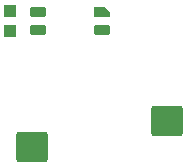
<source format=gbr>
%TF.GenerationSoftware,KiCad,Pcbnew,9.0.6*%
%TF.CreationDate,2025-12-02T18:26:22-08:00*%
%TF.ProjectId,pcb,7063622e-6b69-4636-9164-5f7063625858,rev?*%
%TF.SameCoordinates,Original*%
%TF.FileFunction,Paste,Top*%
%TF.FilePolarity,Positive*%
%FSLAX46Y46*%
G04 Gerber Fmt 4.6, Leading zero omitted, Abs format (unit mm)*
G04 Created by KiCad (PCBNEW 9.0.6) date 2025-12-02 18:26:22*
%MOMM*%
%LPD*%
G01*
G04 APERTURE LIST*
G04 Aperture macros list*
%AMRoundRect*
0 Rectangle with rounded corners*
0 $1 Rounding radius*
0 $2 $3 $4 $5 $6 $7 $8 $9 X,Y pos of 4 corners*
0 Add a 4 corners polygon primitive as box body*
4,1,4,$2,$3,$4,$5,$6,$7,$8,$9,$2,$3,0*
0 Add four circle primitives for the rounded corners*
1,1,$1+$1,$2,$3*
1,1,$1+$1,$4,$5*
1,1,$1+$1,$6,$7*
1,1,$1+$1,$8,$9*
0 Add four rect primitives between the rounded corners*
20,1,$1+$1,$2,$3,$4,$5,0*
20,1,$1+$1,$4,$5,$6,$7,0*
20,1,$1+$1,$6,$7,$8,$9,0*
20,1,$1+$1,$8,$9,$2,$3,0*%
%AMFreePoly0*
4,1,18,-0.410000,0.265000,0.000000,0.675000,0.328000,0.675000,0.359380,0.668758,0.385983,0.650983,0.403758,0.624380,0.410000,0.593000,0.410000,-0.593000,0.403758,-0.624380,0.385983,-0.650983,0.359380,-0.668758,0.328000,-0.675000,-0.328000,-0.675000,-0.359380,-0.668758,-0.385983,-0.650983,-0.403758,-0.624380,-0.410000,-0.593000,-0.410000,0.265000,-0.410000,0.265000,$1*%
G04 Aperture macros list end*
%ADD10R,1.000000X1.000000*%
%ADD11RoundRect,0.082000X-0.593000X0.328000X-0.593000X-0.328000X0.593000X-0.328000X0.593000X0.328000X0*%
%ADD12FreePoly0,270.000000*%
%ADD13RoundRect,0.260000X-1.065000X-1.040000X1.065000X-1.040000X1.065000X1.040000X-1.065000X1.040000X0*%
G04 APERTURE END LIST*
D10*
%TO.C,R1*%
X35442800Y-58736300D03*
X35442800Y-60436300D03*
%TD*%
D11*
%TO.C,LED1*%
X37756300Y-60343700D03*
X37756300Y-58843700D03*
X43206300Y-60343700D03*
D12*
X43206300Y-58843700D03*
%TD*%
D13*
%TO.C,CH1*%
X48726300Y-68043700D03*
X37236300Y-70243700D03*
%TD*%
M02*

</source>
